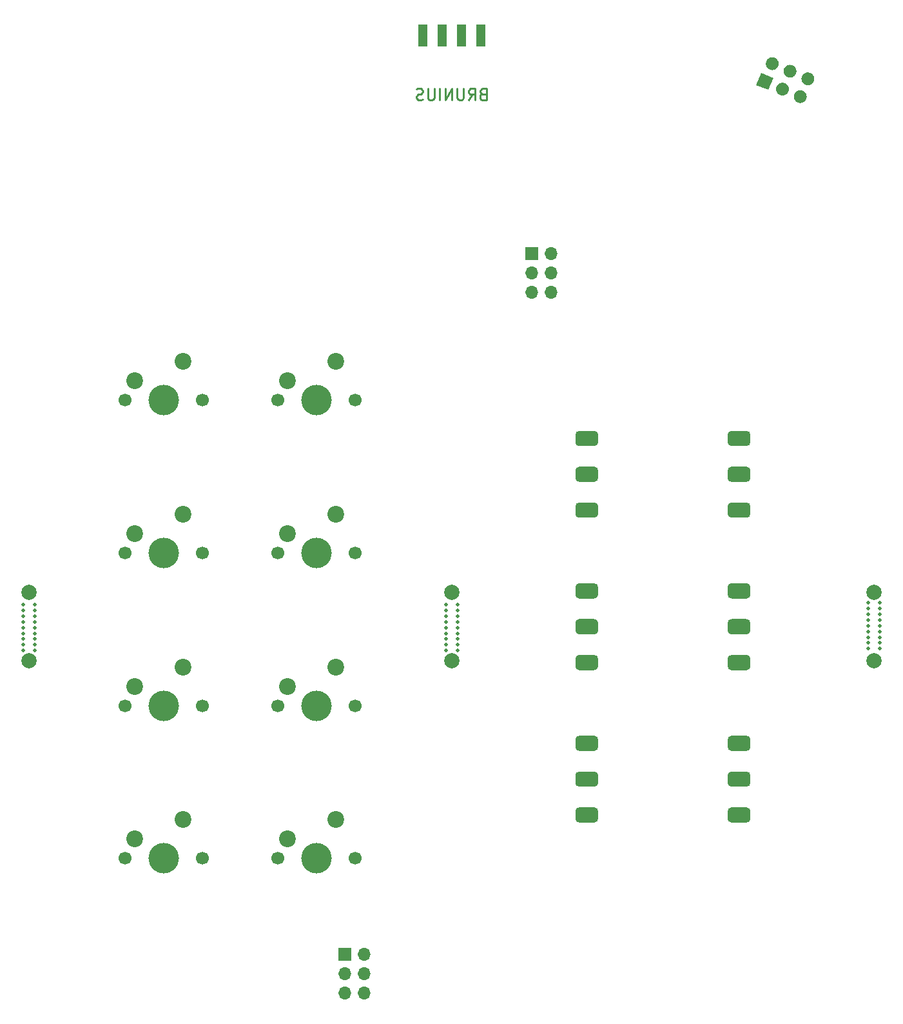
<source format=gbr>
%TF.GenerationSoftware,KiCad,Pcbnew,(5.1.9)-1*%
%TF.CreationDate,2021-07-06T15:30:50+10:00*%
%TF.ProjectId,MFD-panel2,4d46442d-7061-46e6-956c-322e6b696361,rev?*%
%TF.SameCoordinates,Original*%
%TF.FileFunction,Soldermask,Bot*%
%TF.FilePolarity,Negative*%
%FSLAX46Y46*%
G04 Gerber Fmt 4.6, Leading zero omitted, Abs format (unit mm)*
G04 Created by KiCad (PCBNEW (5.1.9)-1) date 2021-07-06 15:30:50*
%MOMM*%
%LPD*%
G01*
G04 APERTURE LIST*
%ADD10C,0.250000*%
%ADD11R,1.300000X3.000000*%
%ADD12C,0.100000*%
%ADD13O,1.700000X1.700000*%
%ADD14R,1.700000X1.700000*%
%ADD15C,0.500000*%
%ADD16C,2.000000*%
%ADD17C,1.700000*%
%ADD18C,4.000000*%
%ADD19C,2.200000*%
G04 APERTURE END LIST*
D10*
X74671428Y-692857D02*
X74457142Y-764285D01*
X74385714Y-835714D01*
X74314285Y-978571D01*
X74314285Y-1192857D01*
X74385714Y-1335714D01*
X74457142Y-1407142D01*
X74600000Y-1478571D01*
X75171428Y-1478571D01*
X75171428Y21428D01*
X74671428Y21428D01*
X74528571Y-50000D01*
X74457142Y-121428D01*
X74385714Y-264285D01*
X74385714Y-407142D01*
X74457142Y-550000D01*
X74528571Y-621428D01*
X74671428Y-692857D01*
X75171428Y-692857D01*
X72814285Y-1478571D02*
X73314285Y-764285D01*
X73671428Y-1478571D02*
X73671428Y21428D01*
X73100000Y21428D01*
X72957142Y-50000D01*
X72885714Y-121428D01*
X72814285Y-264285D01*
X72814285Y-478571D01*
X72885714Y-621428D01*
X72957142Y-692857D01*
X73100000Y-764285D01*
X73671428Y-764285D01*
X72171428Y21428D02*
X72171428Y-1192857D01*
X72100000Y-1335714D01*
X72028571Y-1407142D01*
X71885714Y-1478571D01*
X71600000Y-1478571D01*
X71457142Y-1407142D01*
X71385714Y-1335714D01*
X71314285Y-1192857D01*
X71314285Y21428D01*
X70600000Y-1478571D02*
X70600000Y21428D01*
X69742857Y-1478571D01*
X69742857Y21428D01*
X69028571Y-1478571D02*
X69028571Y21428D01*
X68314285Y21428D02*
X68314285Y-1192857D01*
X68242857Y-1335714D01*
X68171428Y-1407142D01*
X68028571Y-1478571D01*
X67742857Y-1478571D01*
X67600000Y-1407142D01*
X67528571Y-1335714D01*
X67457142Y-1192857D01*
X67457142Y21428D01*
X66814285Y-1407142D02*
X66600000Y-1478571D01*
X66242857Y-1478571D01*
X66100000Y-1407142D01*
X66028571Y-1335714D01*
X65957142Y-1192857D01*
X65957142Y-1050000D01*
X66028571Y-907142D01*
X66100000Y-835714D01*
X66242857Y-764285D01*
X66528571Y-692857D01*
X66671428Y-621428D01*
X66742857Y-550000D01*
X66814285Y-407142D01*
X66814285Y-264285D01*
X66742857Y-121428D01*
X66671428Y-50000D01*
X66528571Y21428D01*
X66171428Y21428D01*
X65957142Y-50000D01*
D11*
%TO.C,J2*%
X74410000Y6946000D03*
X71870000Y6946000D03*
X69330000Y6946000D03*
X66790000Y6946000D03*
%TD*%
%TO.C,J1*%
G36*
G01*
X117058401Y510539D02*
X117058401Y510539D01*
G75*
G02*
X116608093Y1625089I332121J782429D01*
G01*
X116608093Y1625089D01*
G75*
G02*
X117722643Y2075397I782429J-332121D01*
G01*
X117722643Y2075397D01*
G75*
G02*
X118172951Y960847I-332121J-782429D01*
G01*
X118172951Y960847D01*
G75*
G02*
X117058401Y510539I-782429J332121D01*
G01*
G37*
G36*
G01*
X116065944Y-1827543D02*
X116065944Y-1827543D01*
G75*
G02*
X115615636Y-712993I332121J782429D01*
G01*
X115615636Y-712993D01*
G75*
G02*
X116730186Y-262685I782429J-332121D01*
G01*
X116730186Y-262685D01*
G75*
G02*
X117180494Y-1377235I-332121J-782429D01*
G01*
X117180494Y-1377235D01*
G75*
G02*
X116065944Y-1827543I-782429J332121D01*
G01*
G37*
G36*
G01*
X114720318Y1502996D02*
X114720318Y1502996D01*
G75*
G02*
X114270010Y2617546I332121J782429D01*
G01*
X114270010Y2617546D01*
G75*
G02*
X115384560Y3067854I782429J-332121D01*
G01*
X115384560Y3067854D01*
G75*
G02*
X115834868Y1953304I-332121J-782429D01*
G01*
X115834868Y1953304D01*
G75*
G02*
X114720318Y1502996I-782429J332121D01*
G01*
G37*
G36*
G01*
X113727861Y-835086D02*
X113727861Y-835086D01*
G75*
G02*
X113277553Y279464I332121J782429D01*
G01*
X113277553Y279464D01*
G75*
G02*
X114392103Y729772I782429J-332121D01*
G01*
X114392103Y729772D01*
G75*
G02*
X114842411Y-384778I-332121J-782429D01*
G01*
X114842411Y-384778D01*
G75*
G02*
X113727861Y-835086I-782429J332121D01*
G01*
G37*
G36*
G01*
X112382236Y2495453D02*
X112382236Y2495453D01*
G75*
G02*
X111931928Y3610003I332121J782429D01*
G01*
X111931928Y3610003D01*
G75*
G02*
X113046478Y4060311I782429J-332121D01*
G01*
X113046478Y4060311D01*
G75*
G02*
X113496786Y2945761I-332121J-782429D01*
G01*
X113496786Y2945761D01*
G75*
G02*
X112382236Y2495453I-782429J332121D01*
G01*
G37*
D12*
G36*
X112172208Y-174751D02*
G01*
X110607349Y489492D01*
X111271592Y2054351D01*
X112836451Y1390108D01*
X112172208Y-174751D01*
G37*
%TD*%
%TO.C,TOG23*%
G36*
G01*
X106850000Y-95800000D02*
X106850000Y-94800000D01*
G75*
G02*
X107350000Y-94300000I500000J0D01*
G01*
X109350000Y-94300000D01*
G75*
G02*
X109850000Y-94800000I0J-500000D01*
G01*
X109850000Y-95800000D01*
G75*
G02*
X109350000Y-96300000I-500000J0D01*
G01*
X107350000Y-96300000D01*
G75*
G02*
X106850000Y-95800000I0J500000D01*
G01*
G37*
G36*
G01*
X106850000Y-91100000D02*
X106850000Y-90100000D01*
G75*
G02*
X107350000Y-89600000I500000J0D01*
G01*
X109350000Y-89600000D01*
G75*
G02*
X109850000Y-90100000I0J-500000D01*
G01*
X109850000Y-91100000D01*
G75*
G02*
X109350000Y-91600000I-500000J0D01*
G01*
X107350000Y-91600000D01*
G75*
G02*
X106850000Y-91100000I0J500000D01*
G01*
G37*
G36*
G01*
X106850000Y-86400000D02*
X106850000Y-85400000D01*
G75*
G02*
X107350000Y-84900000I500000J0D01*
G01*
X109350000Y-84900000D01*
G75*
G02*
X109850000Y-85400000I0J-500000D01*
G01*
X109850000Y-86400000D01*
G75*
G02*
X109350000Y-86900000I-500000J0D01*
G01*
X107350000Y-86900000D01*
G75*
G02*
X106850000Y-86400000I0J500000D01*
G01*
G37*
%TD*%
%TO.C,TOG13*%
G36*
G01*
X86850000Y-95800000D02*
X86850000Y-94800000D01*
G75*
G02*
X87350000Y-94300000I500000J0D01*
G01*
X89350000Y-94300000D01*
G75*
G02*
X89850000Y-94800000I0J-500000D01*
G01*
X89850000Y-95800000D01*
G75*
G02*
X89350000Y-96300000I-500000J0D01*
G01*
X87350000Y-96300000D01*
G75*
G02*
X86850000Y-95800000I0J500000D01*
G01*
G37*
G36*
G01*
X86850000Y-91100000D02*
X86850000Y-90100000D01*
G75*
G02*
X87350000Y-89600000I500000J0D01*
G01*
X89350000Y-89600000D01*
G75*
G02*
X89850000Y-90100000I0J-500000D01*
G01*
X89850000Y-91100000D01*
G75*
G02*
X89350000Y-91600000I-500000J0D01*
G01*
X87350000Y-91600000D01*
G75*
G02*
X86850000Y-91100000I0J500000D01*
G01*
G37*
G36*
G01*
X86850000Y-86400000D02*
X86850000Y-85400000D01*
G75*
G02*
X87350000Y-84900000I500000J0D01*
G01*
X89350000Y-84900000D01*
G75*
G02*
X89850000Y-85400000I0J-500000D01*
G01*
X89850000Y-86400000D01*
G75*
G02*
X89350000Y-86900000I-500000J0D01*
G01*
X87350000Y-86900000D01*
G75*
G02*
X86850000Y-86400000I0J500000D01*
G01*
G37*
%TD*%
%TO.C,TOG22*%
G36*
G01*
X106850000Y-75800000D02*
X106850000Y-74800000D01*
G75*
G02*
X107350000Y-74300000I500000J0D01*
G01*
X109350000Y-74300000D01*
G75*
G02*
X109850000Y-74800000I0J-500000D01*
G01*
X109850000Y-75800000D01*
G75*
G02*
X109350000Y-76300000I-500000J0D01*
G01*
X107350000Y-76300000D01*
G75*
G02*
X106850000Y-75800000I0J500000D01*
G01*
G37*
G36*
G01*
X106850000Y-71100000D02*
X106850000Y-70100000D01*
G75*
G02*
X107350000Y-69600000I500000J0D01*
G01*
X109350000Y-69600000D01*
G75*
G02*
X109850000Y-70100000I0J-500000D01*
G01*
X109850000Y-71100000D01*
G75*
G02*
X109350000Y-71600000I-500000J0D01*
G01*
X107350000Y-71600000D01*
G75*
G02*
X106850000Y-71100000I0J500000D01*
G01*
G37*
G36*
G01*
X106850000Y-66400000D02*
X106850000Y-65400000D01*
G75*
G02*
X107350000Y-64900000I500000J0D01*
G01*
X109350000Y-64900000D01*
G75*
G02*
X109850000Y-65400000I0J-500000D01*
G01*
X109850000Y-66400000D01*
G75*
G02*
X109350000Y-66900000I-500000J0D01*
G01*
X107350000Y-66900000D01*
G75*
G02*
X106850000Y-66400000I0J500000D01*
G01*
G37*
%TD*%
%TO.C,TOG21*%
G36*
G01*
X106850000Y-55800000D02*
X106850000Y-54800000D01*
G75*
G02*
X107350000Y-54300000I500000J0D01*
G01*
X109350000Y-54300000D01*
G75*
G02*
X109850000Y-54800000I0J-500000D01*
G01*
X109850000Y-55800000D01*
G75*
G02*
X109350000Y-56300000I-500000J0D01*
G01*
X107350000Y-56300000D01*
G75*
G02*
X106850000Y-55800000I0J500000D01*
G01*
G37*
G36*
G01*
X106850000Y-51100000D02*
X106850000Y-50100000D01*
G75*
G02*
X107350000Y-49600000I500000J0D01*
G01*
X109350000Y-49600000D01*
G75*
G02*
X109850000Y-50100000I0J-500000D01*
G01*
X109850000Y-51100000D01*
G75*
G02*
X109350000Y-51600000I-500000J0D01*
G01*
X107350000Y-51600000D01*
G75*
G02*
X106850000Y-51100000I0J500000D01*
G01*
G37*
G36*
G01*
X106850000Y-46400000D02*
X106850000Y-45400000D01*
G75*
G02*
X107350000Y-44900000I500000J0D01*
G01*
X109350000Y-44900000D01*
G75*
G02*
X109850000Y-45400000I0J-500000D01*
G01*
X109850000Y-46400000D01*
G75*
G02*
X109350000Y-46900000I-500000J0D01*
G01*
X107350000Y-46900000D01*
G75*
G02*
X106850000Y-46400000I0J500000D01*
G01*
G37*
%TD*%
%TO.C,TOG12*%
G36*
G01*
X86850000Y-75800000D02*
X86850000Y-74800000D01*
G75*
G02*
X87350000Y-74300000I500000J0D01*
G01*
X89350000Y-74300000D01*
G75*
G02*
X89850000Y-74800000I0J-500000D01*
G01*
X89850000Y-75800000D01*
G75*
G02*
X89350000Y-76300000I-500000J0D01*
G01*
X87350000Y-76300000D01*
G75*
G02*
X86850000Y-75800000I0J500000D01*
G01*
G37*
G36*
G01*
X86850000Y-71100000D02*
X86850000Y-70100000D01*
G75*
G02*
X87350000Y-69600000I500000J0D01*
G01*
X89350000Y-69600000D01*
G75*
G02*
X89850000Y-70100000I0J-500000D01*
G01*
X89850000Y-71100000D01*
G75*
G02*
X89350000Y-71600000I-500000J0D01*
G01*
X87350000Y-71600000D01*
G75*
G02*
X86850000Y-71100000I0J500000D01*
G01*
G37*
G36*
G01*
X86850000Y-66400000D02*
X86850000Y-65400000D01*
G75*
G02*
X87350000Y-64900000I500000J0D01*
G01*
X89350000Y-64900000D01*
G75*
G02*
X89850000Y-65400000I0J-500000D01*
G01*
X89850000Y-66400000D01*
G75*
G02*
X89350000Y-66900000I-500000J0D01*
G01*
X87350000Y-66900000D01*
G75*
G02*
X86850000Y-66400000I0J500000D01*
G01*
G37*
%TD*%
%TO.C,TOG11*%
G36*
G01*
X86850000Y-55800000D02*
X86850000Y-54800000D01*
G75*
G02*
X87350000Y-54300000I500000J0D01*
G01*
X89350000Y-54300000D01*
G75*
G02*
X89850000Y-54800000I0J-500000D01*
G01*
X89850000Y-55800000D01*
G75*
G02*
X89350000Y-56300000I-500000J0D01*
G01*
X87350000Y-56300000D01*
G75*
G02*
X86850000Y-55800000I0J500000D01*
G01*
G37*
G36*
G01*
X86850000Y-51100000D02*
X86850000Y-50100000D01*
G75*
G02*
X87350000Y-49600000I500000J0D01*
G01*
X89350000Y-49600000D01*
G75*
G02*
X89850000Y-50100000I0J-500000D01*
G01*
X89850000Y-51100000D01*
G75*
G02*
X89350000Y-51600000I-500000J0D01*
G01*
X87350000Y-51600000D01*
G75*
G02*
X86850000Y-51100000I0J500000D01*
G01*
G37*
G36*
G01*
X86850000Y-46400000D02*
X86850000Y-45400000D01*
G75*
G02*
X87350000Y-44900000I500000J0D01*
G01*
X89350000Y-44900000D01*
G75*
G02*
X89850000Y-45400000I0J-500000D01*
G01*
X89850000Y-46400000D01*
G75*
G02*
X89350000Y-46900000I-500000J0D01*
G01*
X87350000Y-46900000D01*
G75*
G02*
X86850000Y-46400000I0J500000D01*
G01*
G37*
%TD*%
D13*
%TO.C,J4*%
X83640000Y-26680000D03*
X81100000Y-26680000D03*
X83640000Y-24140000D03*
X81100000Y-24140000D03*
X83640000Y-21600000D03*
D14*
X81100000Y-21600000D03*
%TD*%
D15*
%TO.C,mouse-bite-2mm-slot*%
X69850000Y-69975000D03*
X71350000Y-69975000D03*
X69850000Y-69225000D03*
X69850000Y-70725000D03*
X71350000Y-70725000D03*
X71350000Y-69225000D03*
X69850000Y-72225000D03*
X69850000Y-72975000D03*
X71350000Y-72225000D03*
X71350000Y-71475000D03*
X71350000Y-72975000D03*
X69850000Y-71475000D03*
X69850000Y-67725000D03*
X69850000Y-68475000D03*
X71350000Y-67725000D03*
X71350000Y-68475000D03*
X71350000Y-73725000D03*
X69850000Y-73725000D03*
D16*
X70600000Y-75100000D03*
X70600000Y-66100000D03*
%TD*%
D15*
%TO.C,mouse-bite-2mm-slot*%
X126850000Y-71225000D03*
X125350000Y-71225000D03*
X126850000Y-71975000D03*
X126850000Y-70475000D03*
X125350000Y-70475000D03*
X125350000Y-71975000D03*
X126850000Y-68975000D03*
X126850000Y-68225000D03*
X125350000Y-68975000D03*
X125350000Y-69725000D03*
X125350000Y-68225000D03*
X126850000Y-69725000D03*
X126850000Y-73475000D03*
X126850000Y-72725000D03*
X125350000Y-73475000D03*
X125350000Y-72725000D03*
X125350000Y-67475000D03*
X126850000Y-67475000D03*
D16*
X126100000Y-66100000D03*
X126100000Y-75100000D03*
%TD*%
%TO.C,mouse-bite-2mm-slot*%
X15100000Y-66100000D03*
X15100000Y-75100000D03*
D15*
X14350000Y-73725000D03*
X15850000Y-73725000D03*
X15850000Y-68475000D03*
X15850000Y-67725000D03*
X14350000Y-68475000D03*
X14350000Y-67725000D03*
X14350000Y-71475000D03*
X15850000Y-72975000D03*
X15850000Y-71475000D03*
X15850000Y-72225000D03*
X14350000Y-72975000D03*
X14350000Y-72225000D03*
X15850000Y-69225000D03*
X15850000Y-70725000D03*
X14350000Y-70725000D03*
X14350000Y-69225000D03*
X15850000Y-69975000D03*
X14350000Y-69975000D03*
%TD*%
D17*
%TO.C,SW24*%
X57890000Y-100990000D03*
X47730000Y-100990000D03*
D18*
X52810000Y-100990000D03*
D19*
X49000000Y-98450000D03*
X55350000Y-95910000D03*
%TD*%
D17*
%TO.C,SW23*%
X57890000Y-80950000D03*
X47730000Y-80950000D03*
D18*
X52810000Y-80950000D03*
D19*
X49000000Y-78410000D03*
X55350000Y-75870000D03*
%TD*%
D17*
%TO.C,SW22*%
X57890000Y-60910000D03*
X47730000Y-60910000D03*
D18*
X52810000Y-60910000D03*
D19*
X49000000Y-58370000D03*
X55350000Y-55830000D03*
%TD*%
D17*
%TO.C,SW21*%
X57890000Y-40870000D03*
X47730000Y-40870000D03*
D18*
X52810000Y-40870000D03*
D19*
X49000000Y-38330000D03*
X55350000Y-35790000D03*
%TD*%
D17*
%TO.C,SW14*%
X37890000Y-100990000D03*
X27730000Y-100990000D03*
D18*
X32810000Y-100990000D03*
D19*
X29000000Y-98450000D03*
X35350000Y-95910000D03*
%TD*%
D17*
%TO.C,SW13*%
X37890000Y-80950000D03*
X27730000Y-80950000D03*
D18*
X32810000Y-80950000D03*
D19*
X29000000Y-78410000D03*
X35350000Y-75870000D03*
%TD*%
D17*
%TO.C,SW12*%
X37890000Y-60910000D03*
X27730000Y-60910000D03*
D18*
X32810000Y-60910000D03*
D19*
X29000000Y-58370000D03*
X35350000Y-55830000D03*
%TD*%
D17*
%TO.C,SW11*%
X37890000Y-40870000D03*
X27730000Y-40870000D03*
D18*
X32810000Y-40870000D03*
D19*
X29000000Y-38330000D03*
X35350000Y-35790000D03*
%TD*%
D13*
%TO.C,J1*%
X59140000Y-118680000D03*
X56600000Y-118680000D03*
X59140000Y-116140000D03*
X56600000Y-116140000D03*
X59140000Y-113600000D03*
D14*
X56600000Y-113600000D03*
%TD*%
M02*

</source>
